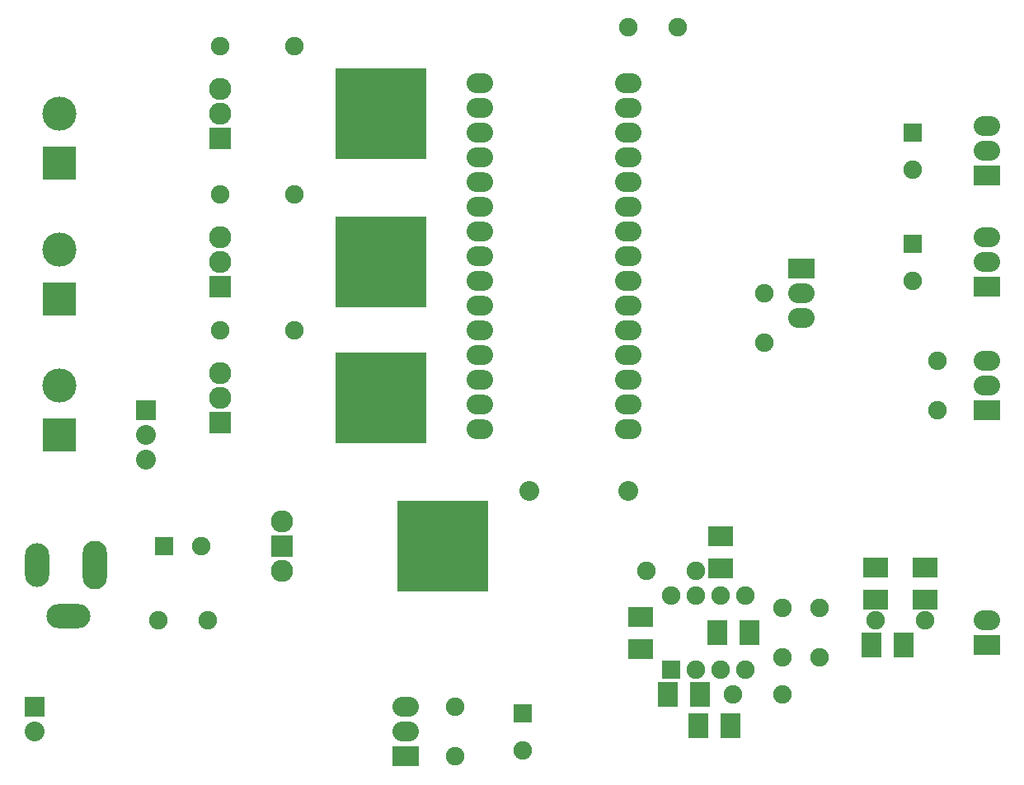
<source format=gbs>
G04 #@! TF.GenerationSoftware,KiCad,Pcbnew,5.0.0-fee4fd1~66~ubuntu16.04.1*
G04 #@! TF.CreationDate,2018-09-21T19:17:15+02:00*
G04 #@! TF.ProjectId,smartbed,736D6172746265642E6B696361645F70,rev?*
G04 #@! TF.SameCoordinates,Original*
G04 #@! TF.FileFunction,Soldermask,Bot*
G04 #@! TF.FilePolarity,Negative*
%FSLAX46Y46*%
G04 Gerber Fmt 4.6, Leading zero omitted, Abs format (unit mm)*
G04 Created by KiCad (PCBNEW 5.0.0-fee4fd1~66~ubuntu16.04.1) date Fri Sep 21 19:17:15 2018*
%MOMM*%
%LPD*%
G01*
G04 APERTURE LIST*
%ADD10R,9.398000X9.398000*%
%ADD11C,2.286000*%
%ADD12R,2.286000X2.286000*%
%ADD13R,2.032000X2.540000*%
%ADD14R,2.540000X2.032000*%
%ADD15R,2.707640X2.032000*%
%ADD16O,2.707640X2.032000*%
%ADD17R,2.032000X2.032000*%
%ADD18C,2.032000*%
%ADD19R,3.507740X3.507740*%
%ADD20C,3.507740*%
%ADD21R,1.905000X1.905000*%
%ADD22C,1.905000*%
%ADD23O,2.705100X2.032000*%
%ADD24O,4.508500X2.506980*%
%ADD25O,2.506980X4.508500*%
%ADD26O,2.506980X5.008880*%
G04 APERTURE END LIST*
D10*
G04 #@! TO.C,Q2*
X130810000Y-80010000D03*
D11*
X114300000Y-77470000D03*
X114300000Y-80010000D03*
D12*
X114300000Y-82550000D03*
G04 #@! TD*
D10*
G04 #@! TO.C,Q1*
X130810000Y-93980000D03*
D11*
X114300000Y-91440000D03*
X114300000Y-93980000D03*
D12*
X114300000Y-96520000D03*
G04 #@! TD*
D10*
G04 #@! TO.C,Q3*
X130810000Y-64770000D03*
D11*
X114300000Y-62230000D03*
X114300000Y-64770000D03*
D12*
X114300000Y-67310000D03*
G04 #@! TD*
D13*
G04 #@! TO.C,R8*
X165354000Y-118110000D03*
X168656000Y-118110000D03*
G04 #@! TD*
D14*
G04 #@! TO.C,R7*
X165735000Y-108204000D03*
X165735000Y-111506000D03*
G04 #@! TD*
G04 #@! TO.C,R6*
X157480000Y-119761000D03*
X157480000Y-116459000D03*
G04 #@! TD*
D13*
G04 #@! TO.C,R5*
X163576000Y-124460000D03*
X160274000Y-124460000D03*
G04 #@! TD*
G04 #@! TO.C,R4*
X163449000Y-127635000D03*
X166751000Y-127635000D03*
G04 #@! TD*
G04 #@! TO.C,R3*
X181229000Y-119380000D03*
X184531000Y-119380000D03*
G04 #@! TD*
D14*
G04 #@! TO.C,R2*
X181610000Y-111379000D03*
X181610000Y-114681000D03*
G04 #@! TD*
G04 #@! TO.C,R1*
X186690000Y-111379000D03*
X186690000Y-114681000D03*
G04 #@! TD*
D15*
G04 #@! TO.C,K3*
X193040000Y-82550000D03*
D16*
X193040000Y-80010000D03*
X193040000Y-77470000D03*
G04 #@! TD*
D15*
G04 #@! TO.C,K1*
X193040000Y-95250000D03*
D16*
X193040000Y-92710000D03*
X193040000Y-90170000D03*
G04 #@! TD*
D15*
G04 #@! TO.C,K4*
X193040000Y-71120000D03*
D16*
X193040000Y-68580000D03*
X193040000Y-66040000D03*
G04 #@! TD*
D15*
G04 #@! TO.C,RV1*
X173990000Y-80645000D03*
D16*
X173990000Y-83185000D03*
X173990000Y-85725000D03*
G04 #@! TD*
D15*
G04 #@! TO.C,K2*
X133350000Y-130810000D03*
D16*
X133350000Y-128270000D03*
X133350000Y-125730000D03*
G04 #@! TD*
D15*
G04 #@! TO.C,P2*
X193040000Y-119380000D03*
D16*
X193040000Y-116840000D03*
G04 #@! TD*
D17*
G04 #@! TO.C,JP2*
X106680000Y-95250000D03*
D18*
X106680000Y-97790000D03*
X106680000Y-100330000D03*
G04 #@! TD*
D17*
G04 #@! TO.C,JP1*
X95250000Y-125730000D03*
D18*
X95250000Y-128270000D03*
G04 #@! TD*
D19*
G04 #@! TO.C,P4*
X97790000Y-83820000D03*
D20*
X97790000Y-78740000D03*
G04 #@! TD*
D19*
G04 #@! TO.C,P5*
X97790000Y-69850000D03*
D20*
X97790000Y-64770000D03*
G04 #@! TD*
D19*
G04 #@! TO.C,P3*
X97790000Y-97790000D03*
D20*
X97790000Y-92710000D03*
G04 #@! TD*
D21*
G04 #@! TO.C,U3*
X160655000Y-121920000D03*
D22*
X163195000Y-121920000D03*
X165735000Y-121920000D03*
X168275000Y-121920000D03*
X168275000Y-114300000D03*
X165735000Y-114300000D03*
X163195000Y-114300000D03*
X160655000Y-114300000D03*
G04 #@! TD*
G04 #@! TO.C,C1*
X186690000Y-116840000D03*
X181610000Y-116840000D03*
G04 #@! TD*
G04 #@! TO.C,C13*
X187960000Y-90170000D03*
X187960000Y-95250000D03*
G04 #@! TD*
G04 #@! TO.C,C12*
X161290000Y-55880000D03*
X156210000Y-55880000D03*
G04 #@! TD*
G04 #@! TO.C,C11*
X138430000Y-125730000D03*
X138430000Y-130810000D03*
G04 #@! TD*
G04 #@! TO.C,C10*
X172085000Y-115570000D03*
X172085000Y-120650000D03*
G04 #@! TD*
G04 #@! TO.C,C5*
X107950000Y-116840000D03*
X113030000Y-116840000D03*
G04 #@! TD*
G04 #@! TO.C,C4*
X158115000Y-111760000D03*
X163195000Y-111760000D03*
G04 #@! TD*
G04 #@! TO.C,C3*
X175895000Y-115570000D03*
X175895000Y-120650000D03*
G04 #@! TD*
G04 #@! TO.C,C2*
X167005000Y-124460000D03*
X172085000Y-124460000D03*
G04 #@! TD*
D21*
G04 #@! TO.C,C9*
X185420000Y-78105000D03*
D22*
X185420000Y-81915000D03*
G04 #@! TD*
D21*
G04 #@! TO.C,C8*
X185420000Y-66675000D03*
D22*
X185420000Y-70485000D03*
G04 #@! TD*
D21*
G04 #@! TO.C,C7*
X145415000Y-126365000D03*
D22*
X145415000Y-130175000D03*
G04 #@! TD*
D21*
G04 #@! TO.C,C6*
X108585000Y-109220000D03*
D22*
X112395000Y-109220000D03*
G04 #@! TD*
D16*
G04 #@! TO.C,U2*
X156210000Y-97155000D03*
X156210000Y-94615000D03*
X156210000Y-92075000D03*
X156210000Y-89535000D03*
X156210000Y-86995000D03*
X156210000Y-84455000D03*
X156210000Y-81915000D03*
X156210000Y-79375000D03*
X156210000Y-76835000D03*
X156210000Y-74295000D03*
X156210000Y-71755000D03*
X156210000Y-69215000D03*
X156210000Y-66675000D03*
X156210000Y-64135000D03*
X156210000Y-61595000D03*
X140970000Y-61595000D03*
X140970000Y-64135000D03*
X140970000Y-66675000D03*
X140970000Y-69215000D03*
D23*
X140970000Y-71755000D03*
X140970000Y-74295000D03*
X140970000Y-76835000D03*
X140970000Y-79375000D03*
X140970000Y-81915000D03*
X140970000Y-84455000D03*
X140970000Y-86995000D03*
X140970000Y-89535000D03*
X140970000Y-92075000D03*
X140970000Y-94615000D03*
X140970000Y-97155000D03*
G04 #@! TD*
D10*
G04 #@! TO.C,U1*
X137160000Y-109220000D03*
D11*
X120650000Y-106680000D03*
D12*
X120650000Y-109220000D03*
D11*
X120650000Y-111760000D03*
G04 #@! TD*
D22*
G04 #@! TO.C,C14*
X170180000Y-83185000D03*
X170180000Y-88265000D03*
G04 #@! TD*
G04 #@! TO.C,R10*
X121920000Y-86995000D03*
X114300000Y-86995000D03*
G04 #@! TD*
G04 #@! TO.C,R11*
X121920000Y-73025000D03*
X114300000Y-73025000D03*
G04 #@! TD*
G04 #@! TO.C,R12*
X121920000Y-57785000D03*
X114300000Y-57785000D03*
G04 #@! TD*
D18*
G04 #@! TO.C,R9*
X146050000Y-103505000D03*
X156210000Y-103505000D03*
G04 #@! TD*
D24*
G04 #@! TO.C,K5*
X98750120Y-116425980D03*
D25*
X95498920Y-111125000D03*
D26*
X101500940Y-111125000D03*
G04 #@! TD*
M02*

</source>
